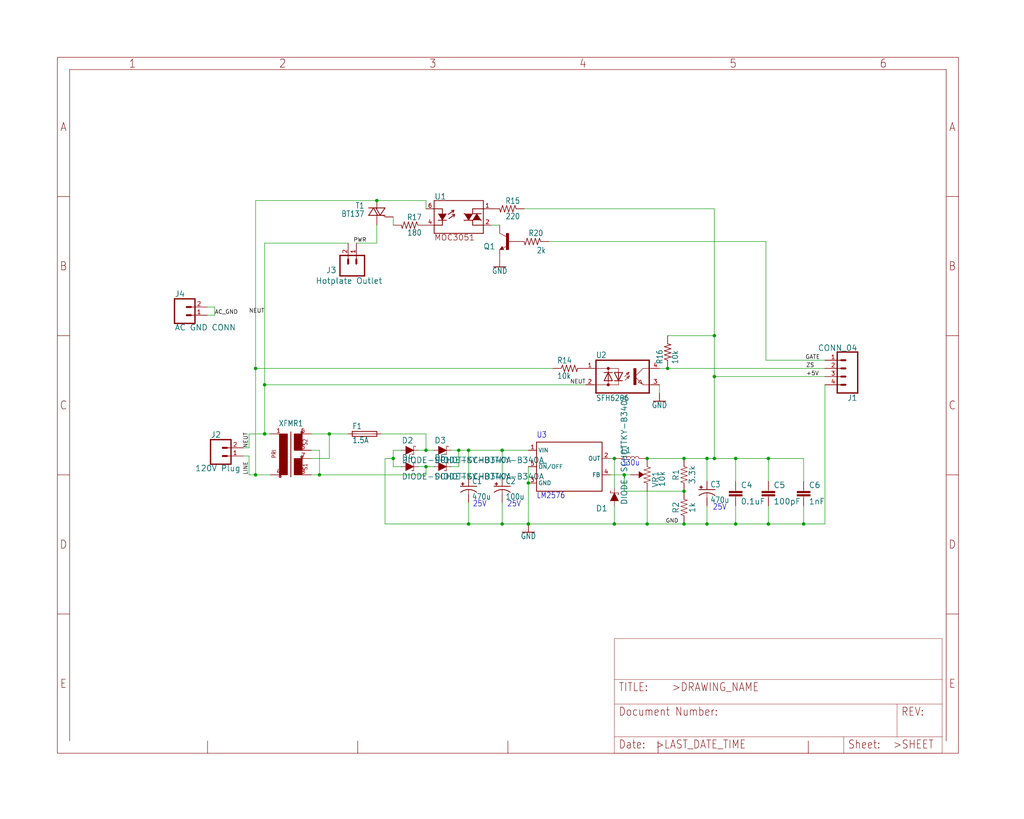
<source format=kicad_sch>
(kicad_sch (version 20220622) (generator eeschema)
  (paper "User" 317.5 254.051)
  (lib_symbols
    (symbol "Granny Safe Power Supply-eagle-import:0.1UF-0603-25V-5%"
      (property "Reference" "C" (at 1.524 2.921 0))
      (property "Value" "0.1UF-0603-25V-5%" (at 1.524 -2.159 0))
      (symbol "0.1UF-0603-25V-5%_1_0"
        (rectangle (start -2.032 0.508) (end 2.032 1.016) (fill (type outline)))
        (rectangle (start -2.032 1.524) (end 2.032 2.032) (fill (type outline)))
        (polyline (pts (xy 0 0) (xy 0 0.508)) (stroke (width 0.1524)))
        (polyline (pts (xy 0 2.54) (xy 0 2.032)) (stroke (width 0.1524)))
        (pin passive line (at 0 5.08 270) (length 2.54) (name "1") (number "1"))
        (pin passive line (at 0 -2.54 90) (length 2.54) (name "2") (number "2"))
      )
    )
    (symbol "Granny Safe Power Supply-eagle-import:1.0NF{slash}1000PF-0603-50V-10%"
      (property "Reference" "C" (at 1.524 2.921 0))
      (property "Value" "1.0NF{slash}1000PF-0603-50V-10%" (at 1.524 -2.159 0))
      (symbol "1.0NF{slash}1000PF-0603-50V-10%_1_0"
        (rectangle (start -2.032 0.508) (end 2.032 1.016) (fill (type outline)))
        (rectangle (start -2.032 1.524) (end 2.032 2.032) (fill (type outline)))
        (polyline (pts (xy 0 0) (xy 0 0.508)) (stroke (width 0.1524)))
        (polyline (pts (xy 0 2.54) (xy 0 2.032)) (stroke (width 0.1524)))
        (pin passive line (at 0 5.08 270) (length 2.54) (name "1") (number "1"))
        (pin passive line (at 0 -2.54 90) (length 2.54) (name "2") (number "2"))
      )
    )
    (symbol "Granny Safe Power Supply-eagle-import:100PF-0603-50V-5%"
      (property "Reference" "C" (at 1.524 2.921 0))
      (property "Value" "100PF-0603-50V-5%" (at 1.524 -2.159 0))
      (symbol "100PF-0603-50V-5%_1_0"
        (rectangle (start -2.032 0.508) (end 2.032 1.016) (fill (type outline)))
        (rectangle (start -2.032 1.524) (end 2.032 2.032) (fill (type outline)))
        (polyline (pts (xy 0 0) (xy 0 0.508)) (stroke (width 0.1524)))
        (polyline (pts (xy 0 2.54) (xy 0 2.032)) (stroke (width 0.1524)))
        (pin passive line (at 0 5.08 270) (length 2.54) (name "1") (number "1"))
        (pin passive line (at 0 -2.54 90) (length 2.54) (name "2") (number "2"))
      )
    )
    (symbol "Granny Safe Power Supply-eagle-import:1KOHM-0603-1{slash}10W-1%"
      (property "Reference" "R" (at 0 1.524 0))
      (property "Value" "1KOHM-0603-1{slash}10W-1%" (at 0 -1.524 0))
      (symbol "1KOHM-0603-1{slash}10W-1%_1_0"
        (polyline (pts (xy -2.54 0) (xy -2.159 1.016)) (stroke (width 0.1524)))
        (polyline (pts (xy -2.159 1.016) (xy -1.524 -1.016)) (stroke (width 0.1524)))
        (polyline (pts (xy -1.524 -1.016) (xy -0.889 1.016)) (stroke (width 0.1524)))
        (polyline (pts (xy -0.889 1.016) (xy -0.254 -1.016)) (stroke (width 0.1524)))
        (polyline (pts (xy -0.254 -1.016) (xy 0.381 1.016)) (stroke (width 0.1524)))
        (polyline (pts (xy 0.381 1.016) (xy 1.016 -1.016)) (stroke (width 0.1524)))
        (polyline (pts (xy 1.016 -1.016) (xy 1.651 1.016)) (stroke (width 0.1524)))
        (polyline (pts (xy 1.651 1.016) (xy 2.286 -1.016)) (stroke (width 0.1524)))
        (polyline (pts (xy 2.286 -1.016) (xy 2.54 0)) (stroke (width 0.1524)))
        (pin passive line (at -5.08 0 0) (length 2.54) (name "1") (number "1"))
        (pin passive line (at 5.08 0 180) (length 2.54) (name "2") (number "2"))
      )
    )
    (symbol "Granny Safe Power Supply-eagle-import:3.3KOHM-0603-1{slash}10W-1%"
      (property "Reference" "R" (at 0 1.524 0))
      (property "Value" "3.3KOHM-0603-1{slash}10W-1%" (at 0 -1.524 0))
      (symbol "3.3KOHM-0603-1{slash}10W-1%_1_0"
        (polyline (pts (xy -2.54 0) (xy -2.159 1.016)) (stroke (width 0.1524)))
        (polyline (pts (xy -2.159 1.016) (xy -1.524 -1.016)) (stroke (width 0.1524)))
        (polyline (pts (xy -1.524 -1.016) (xy -0.889 1.016)) (stroke (width 0.1524)))
        (polyline (pts (xy -0.889 1.016) (xy -0.254 -1.016)) (stroke (width 0.1524)))
        (polyline (pts (xy -0.254 -1.016) (xy 0.381 1.016)) (stroke (width 0.1524)))
        (polyline (pts (xy 0.381 1.016) (xy 1.016 -1.016)) (stroke (width 0.1524)))
        (polyline (pts (xy 1.016 -1.016) (xy 1.651 1.016)) (stroke (width 0.1524)))
        (polyline (pts (xy 1.651 1.016) (xy 2.286 -1.016)) (stroke (width 0.1524)))
        (polyline (pts (xy 2.286 -1.016) (xy 2.54 0)) (stroke (width 0.1524)))
        (pin passive line (at -5.08 0 0) (length 2.54) (name "1") (number "1"))
        (pin passive line (at 5.08 0 180) (length 2.54) (name "2") (number "2"))
      )
    )
    (symbol "Granny Safe Power Supply-eagle-import:BT137"
      (property "Value" "BT137" (at 3.81 0 0))
      (symbol "BT137_1_0"
        (polyline (pts (xy -2.54 2.794) (xy -1.016 0.508)) (stroke (width 0.254)))
        (polyline (pts (xy -1.905 0.508) (xy -2.54 0)) (stroke (width 0.1524)))
        (polyline (pts (xy -1.905 0.508) (xy -2.54 0.508)) (stroke (width 0.254)))
        (polyline (pts (xy -1.016 0.508) (xy -1.905 0.508)) (stroke (width 0.254)))
        (polyline (pts (xy -1.016 0.508) (xy -0.254 0.508)) (stroke (width 0.254)))
        (polyline (pts (xy -1.016 0.508) (xy 0.254 2.794)) (stroke (width 0.254)))
        (polyline (pts (xy -0.254 0.508) (xy 1.016 2.794)) (stroke (width 0.254)))
        (polyline (pts (xy 0 0) (xy 0 0.508)) (stroke (width 0.1524)))
        (polyline (pts (xy 0 0.508) (xy -0.254 0.508)) (stroke (width 0.254)))
        (polyline (pts (xy 0.254 2.794) (xy -2.54 2.794)) (stroke (width 0.254)))
        (polyline (pts (xy 1.016 2.794) (xy 0.254 2.794)) (stroke (width 0.254)))
        (polyline (pts (xy 1.016 2.794) (xy 2.54 0.508)) (stroke (width 0.254)))
        (polyline (pts (xy 1.016 2.794) (xy 2.54 2.794)) (stroke (width 0.254)))
        (polyline (pts (xy 2.54 0.508) (xy 0 0.508)) (stroke (width 0.254)))
        (pin passive line (at -5.08 0 0) (length 2.54) (name "G") (number "G"))
        (pin passive line (at 0 -2.54 90) (length 2.54) (name "A1") (number "T1"))
        (pin passive line (at 0 5.08 270) (length 2.54) (name "A2") (number "T2"))
      )
    )
    (symbol "Granny Safe Power Supply-eagle-import:CONN_025MM"
      (property "Reference" "J" (at -2.54 5.588 0))
      (property "Value" "CONN_025MM" (at -2.54 -4.826 0))
      (symbol "CONN_025MM_1_0"
        (polyline (pts (xy -2.54 5.08) (xy -2.54 -2.54)) (stroke (width 0.4064)))
        (polyline (pts (xy -2.54 5.08) (xy 3.81 5.08)) (stroke (width 0.4064)))
        (polyline (pts (xy 1.27 0) (xy 2.54 0)) (stroke (width 0.6096)))
        (polyline (pts (xy 1.27 2.54) (xy 2.54 2.54)) (stroke (width 0.6096)))
        (polyline (pts (xy 3.81 -2.54) (xy -2.54 -2.54)) (stroke (width 0.4064)))
        (polyline (pts (xy 3.81 -2.54) (xy 3.81 5.08)) (stroke (width 0.4064)))
        (pin passive line (at 7.62 0 180) (length 5.08) (name "1") (number "1"))
        (pin passive line (at 7.62 2.54 180) (length 5.08) (name "2") (number "2"))
      )
    )
    (symbol "Granny Safe Power Supply-eagle-import:CONN_04"
      (property "Reference" "J" (at -5.08 8.128 0))
      (property "Value" "CONN_04" (at -5.08 -7.366 0))
      (symbol "CONN_04_1_0"
        (polyline (pts (xy -5.08 7.62) (xy -5.08 -5.08)) (stroke (width 0.4064)))
        (polyline (pts (xy -5.08 7.62) (xy 1.27 7.62)) (stroke (width 0.4064)))
        (polyline (pts (xy -1.27 -2.54) (xy 0 -2.54)) (stroke (width 0.6096)))
        (polyline (pts (xy -1.27 0) (xy 0 0)) (stroke (width 0.6096)))
        (polyline (pts (xy -1.27 2.54) (xy 0 2.54)) (stroke (width 0.6096)))
        (polyline (pts (xy -1.27 5.08) (xy 0 5.08)) (stroke (width 0.6096)))
        (polyline (pts (xy 1.27 -5.08) (xy -5.08 -5.08)) (stroke (width 0.4064)))
        (polyline (pts (xy 1.27 -5.08) (xy 1.27 7.62)) (stroke (width 0.4064)))
        (pin passive line (at 5.08 -2.54 180) (length 5.08) (name "1") (number "1"))
        (pin passive line (at 5.08 0 180) (length 5.08) (name "2") (number "2"))
        (pin passive line (at 5.08 2.54 180) (length 5.08) (name "3") (number "3"))
        (pin passive line (at 5.08 5.08 180) (length 5.08) (name "4") (number "4"))
      )
    )
    (symbol "Granny Safe Power Supply-eagle-import:CPOL-USE2-5"
      (property "Reference" "C" (at 1.016 0.635 0))
      (property "Value" "CPOL-USE2-5" (at 1.016 -4.191 0))
      (symbol "CPOL-USE2-5_1_0"
        (rectangle (start -2.253 0.668) (end -1.364 0.795) (fill (type outline)))
        (rectangle (start -1.872 0.287) (end -1.745 1.176) (fill (type outline)))
        (arc (start 0 -1.0161) (mid -1.3021 -1.2302) (end -2.4669 -1.8504) (stroke (width 0.254)))
        (polyline (pts (xy -2.54 0) (xy 2.54 0)) (stroke (width 0.254)))
        (polyline (pts (xy 0 -1.016) (xy 0 -2.54)) (stroke (width 0.1524)))
        (arc (start 2.4892 -1.8542) (mid 1.3158 -1.2195) (end 0 -1) (stroke (width 0.254)))
        (pin passive line (at 0 2.54 270) (length 2.54) (name "+") (number "+"))
        (pin passive line (at 0 -5.08 90) (length 2.54) (name "-") (number "-"))
      )
    )
    (symbol "Granny Safe Power Supply-eagle-import:CPOL-USE3.5-8"
      (property "Reference" "C" (at 1.016 0.635 0))
      (property "Value" "CPOL-USE3.5-8" (at 1.016 -4.191 0))
      (symbol "CPOL-USE3.5-8_1_0"
        (rectangle (start -2.253 0.668) (end -1.364 0.795) (fill (type outline)))
        (rectangle (start -1.872 0.287) (end -1.745 1.176) (fill (type outline)))
        (arc (start 0 -1.0161) (mid -1.3021 -1.2302) (end -2.4669 -1.8504) (stroke (width 0.254)))
        (polyline (pts (xy -2.54 0) (xy 2.54 0)) (stroke (width 0.254)))
        (polyline (pts (xy 0 -1.016) (xy 0 -2.54)) (stroke (width 0.1524)))
        (arc (start 2.4892 -1.8542) (mid 1.3158 -1.2195) (end 0 -1) (stroke (width 0.254)))
        (pin passive line (at 0 2.54 270) (length 2.54) (name "+") (number "+"))
        (pin passive line (at 0 -5.08 90) (length 2.54) (name "-") (number "-"))
      )
    )
    (symbol "Granny Safe Power Supply-eagle-import:DIODE-SCHOTTKY-B340A"
      (property "Reference" "D" (at -2.54 2.032 0))
      (property "Value" "DIODE-SCHOTTKY-B340A" (at -2.54 -2.032 0))
      (symbol "DIODE-SCHOTTKY-B340A_1_0"
        (polyline (pts (xy -2.54 0) (xy -1.27 0)) (stroke (width 0.1524)))
        (polyline (pts (xy 0.762 -1.27) (xy 0.762 -1.016)) (stroke (width 0.1524)))
        (polyline (pts (xy 1.27 -1.27) (xy 0.762 -1.27)) (stroke (width 0.1524)))
        (polyline (pts (xy 1.27 0) (xy 1.27 -1.27)) (stroke (width 0.1524)))
        (polyline (pts (xy 1.27 1.27) (xy 1.27 0)) (stroke (width 0.1524)))
        (polyline (pts (xy 1.27 1.27) (xy 1.778 1.27)) (stroke (width 0.1524)))
        (polyline (pts (xy 1.778 1.27) (xy 1.778 1.016)) (stroke (width 0.1524)))
        (polyline (pts (xy 2.54 0) (xy 1.27 0)) (stroke (width 0.1524)))
        (polyline (pts (xy -1.27 1.27) (xy 1.27 0) (xy -1.27 -1.27)) (fill (type outline)))
        (pin passive line (at -2.54 0 0) (length 0) (name "A") (number "A"))
        (pin passive line (at 2.54 0 180) (length 0) (name "C") (number "C"))
      )
    )
    (symbol "Granny Safe Power Supply-eagle-import:EE20-2"
      (property "Reference" "XFMR" (at -2.54 7.366 0))
      (property "Value" "EE20-2" (at -2.54 -10.795 0))
      (symbol "EE20-2_1_0"
        (rectangle (start -2.286 -7.62) (end 0.254 5.08) (fill (type outline)))
        (circle (center -2.032 -8.128) (radius 0.127) (stroke (width 0.3048)))
        (polyline (pts (xy 1.27 5.715) (xy 1.27 -8.255)) (stroke (width 0.254)))
        (rectangle (start 2.286 -7.62) (end 4.826 -2.54) (fill (type outline)))
        (rectangle (start 2.286 0) (end 4.826 5.08) (fill (type outline)))
        (circle (center 4.699 -2.032) (radius 0.127) (stroke (width 0.3048)))
        (circle (center 4.699 5.588) (radius 0.127) (stroke (width 0.3048)))
        (text "PRI" (at -3.175 -2.54 900) (effects (font (size 1.27 1.0795)) (justify left bottom)))
        (text "S1" (at 6.477 -6.223 900) (effects (font (size 1.27 1.0795)) (justify left bottom)))
        (text "S2" (at 6.477 1.397 900) (effects (font (size 1.27 1.0795)) (justify left bottom)))
        (pin passive line (at -5.08 5.08 0) (length 5.08) (name "1") (number "1"))
        (pin passive line (at -5.08 -7.62 0) (length 5.08) (name "2") (number "4"))
        (pin passive line (at 7.62 5.08 180) (length 5.08) (name "6") (number "5"))
        (pin passive line (at 7.62 0 180) (length 5.08) (name "5") (number "6"))
        (pin passive line (at 7.62 -2.54 180) (length 5.08) (name "4") (number "7"))
        (pin passive line (at 7.62 -7.62 180) (length 5.08) (name "3") (number "8"))
      )
    )
    (symbol "Granny Safe Power Supply-eagle-import:FRAME_A_L"
      (symbol "FRAME_A_L_1_0"
        (polyline (pts (xy 0 43.18) (xy 3.81 43.18)))
        (polyline (pts (xy 0 86.36) (xy 3.81 86.36)))
        (polyline (pts (xy 0 129.54) (xy 3.81 129.54)))
        (polyline (pts (xy 0 172.72) (xy 3.81 172.72)))
        (polyline (pts (xy 3.81 3.81) (xy 3.81 212.09)))
        (polyline (pts (xy 46.5667 0) (xy 46.5667 3.81)))
        (polyline (pts (xy 93.1333 0) (xy 93.1333 3.81)))
        (polyline (pts (xy 139.7 0) (xy 139.7 3.81)))
        (polyline (pts (xy 186.2667 0) (xy 186.2667 3.81)))
        (polyline (pts (xy 232.8333 0) (xy 232.8333 3.81)))
        (polyline (pts (xy 275.59 3.81) (xy 275.59 212.09)))
        (polyline (pts (xy 275.59 43.18) (xy 279.4 43.18)))
        (polyline (pts (xy 275.59 86.36) (xy 279.4 86.36)))
        (polyline (pts (xy 275.59 129.54) (xy 279.4 129.54)))
        (polyline (pts (xy 275.59 172.72) (xy 279.4 172.72)))
        (polyline (pts (xy 275.59 212.09) (xy 3.81 212.09)))
        (polyline (pts (xy 0 0) (xy 279.4 0) (xy 279.4 215.9) (xy 0 215.9) (xy 0 0)))
        (text "1" (at 23.2833 213.995 0) (effects (font (size 2.54 2.286))))
        (text "2" (at 69.85 213.995 0) (effects (font (size 2.54 2.286))))
        (text "3" (at 116.4167 213.995 0) (effects (font (size 2.54 2.286))))
        (text "4" (at 162.9833 213.995 0) (effects (font (size 2.54 2.286))))
        (text "5" (at 209.55 213.995 0) (effects (font (size 2.54 2.286))))
        (text "6" (at 256.1167 213.995 0) (effects (font (size 2.54 2.286))))
        (text "A" (at 1.905 194.31 0) (effects (font (size 2.54 2.286))))
        (text "A" (at 277.495 194.31 0) (effects (font (size 2.54 2.286))))
        (text "B" (at 1.905 151.13 0) (effects (font (size 2.54 2.286))))
        (text "B" (at 277.495 151.13 0) (effects (font (size 2.54 2.286))))
        (text "C" (at 1.905 107.95 0) (effects (font (size 2.54 2.286))))
        (text "C" (at 277.495 107.95 0) (effects (font (size 2.54 2.286))))
        (text "D" (at 1.905 64.77 0) (effects (font (size 2.54 2.286))))
        (text "D" (at 277.495 64.77 0) (effects (font (size 2.54 2.286))))
        (text "E" (at 1.905 21.59 0) (effects (font (size 2.54 2.286))))
        (text "E" (at 277.495 21.59 0) (effects (font (size 2.54 2.286))))
      )
      (symbol "FRAME_A_L_2_0"
        (polyline (pts (xy 0 0) (xy 0 5.08)) (stroke (width 0.1016)))
        (polyline (pts (xy 0 0) (xy 71.12 0)) (stroke (width 0.1016)))
        (polyline (pts (xy 0 5.08) (xy 0 15.24)) (stroke (width 0.1016)))
        (polyline (pts (xy 0 5.08) (xy 71.12 5.08)) (stroke (width 0.1016)))
        (polyline (pts (xy 0 15.24) (xy 0 22.86)) (stroke (width 0.1016)))
        (polyline (pts (xy 0 22.86) (xy 0 35.56)) (stroke (width 0.1016)))
        (polyline (pts (xy 0 22.86) (xy 101.6 22.86)) (stroke (width 0.1016)))
        (polyline (pts (xy 71.12 0) (xy 101.6 0)) (stroke (width 0.1016)))
        (polyline (pts (xy 71.12 5.08) (xy 71.12 0)) (stroke (width 0.1016)))
        (polyline (pts (xy 71.12 5.08) (xy 87.63 5.08)) (stroke (width 0.1016)))
        (polyline (pts (xy 87.63 5.08) (xy 101.6 5.08)) (stroke (width 0.1016)))
        (polyline (pts (xy 87.63 15.24) (xy 0 15.24)) (stroke (width 0.1016)))
        (polyline (pts (xy 87.63 15.24) (xy 87.63 5.08)) (stroke (width 0.1016)))
        (polyline (pts (xy 101.6 5.08) (xy 101.6 0)) (stroke (width 0.1016)))
        (polyline (pts (xy 101.6 15.24) (xy 87.63 15.24)) (stroke (width 0.1016)))
        (polyline (pts (xy 101.6 15.24) (xy 101.6 5.08)) (stroke (width 0.1016)))
        (polyline (pts (xy 101.6 22.86) (xy 101.6 15.24)) (stroke (width 0.1016)))
        (polyline (pts (xy 101.6 35.56) (xy 0 35.56)) (stroke (width 0.1016)))
        (polyline (pts (xy 101.6 35.56) (xy 101.6 22.86)) (stroke (width 0.1016)))
        (text ">DRAWING_NAME" (at 17.78 19.05 0) (effects (font (size 2.54 2.159)) (justify left bottom)))
        (text ">LAST_DATE_TIME" (at 12.7 1.27 0) (effects (font (size 2.54 2.159)) (justify left bottom)))
        (text ">SHEET" (at 86.36 1.27 0) (effects (font (size 2.54 2.159)) (justify left bottom)))
        (text "Date:" (at 1.27 1.27 0) (effects (font (size 2.54 2.159)) (justify left bottom)))
        (text "Document Number:" (at 1.27 11.43 0) (effects (font (size 2.54 2.159)) (justify left bottom)))
        (text "REV:" (at 88.9 11.43 0) (effects (font (size 2.54 2.159)) (justify left bottom)))
        (text "Sheet:" (at 72.39 1.27 0) (effects (font (size 2.54 2.159)) (justify left bottom)))
        (text "TITLE:" (at 1.27 19.05 0) (effects (font (size 2.54 2.159)) (justify left bottom)))
      )
    )
    (symbol "Granny Safe Power Supply-eagle-import:GND" (power)
      (property "Value" "GND" (at 0 -0.254 0))
      (symbol "GND_1_0"
        (polyline (pts (xy -1.905 0) (xy 1.905 0)) (stroke (width 0.254)))
        (pin power_in line (at 0 2.54 270) (length 2.54) (name "GND") (number "1"))
      )
    )
    (symbol "Granny Safe Power Supply-eagle-import:INDUCTOR"
      (property "Value" "INDUCTOR" (at 1.27 -2.54 0))
      (symbol "INDUCTOR_1_0"
        (arc (start 0 -2.54) (mid 0.635 -1.905) (end 0 -1.27) (stroke (width 0.1524)))
        (arc (start 0 -1.27) (mid 0.635 -0.635) (end 0 0) (stroke (width 0.1524)))
        (arc (start 0 0) (mid 0.635 0.635) (end 0 1.27) (stroke (width 0.1524)))
        (arc (start 0 1.27) (mid 0.635 1.905) (end 0 2.54) (stroke (width 0.1524)))
        (pin passive line (at 0 5.08 270) (length 2.54) (name "1") (number "P$1"))
        (pin passive line (at 0 -5.08 90) (length 2.54) (name "2") (number "P$2"))
      )
    )
    (symbol "Granny Safe Power Supply-eagle-import:LM2596S"
      (property "Reference" "IC" (at -10.16 8.89 0))
      (property "Value" "LM2596S" (at -10.16 -10.16 0))
      (symbol "LM2596S_1_0"
        (polyline (pts (xy -10.16 -7.62) (xy -10.16 7.62)) (stroke (width 0.254)))
        (polyline (pts (xy -10.16 7.62) (xy 10.16 7.62)) (stroke (width 0.254)))
        (polyline (pts (xy 10.16 -7.62) (xy -10.16 -7.62)) (stroke (width 0.254)))
        (polyline (pts (xy 10.16 7.62) (xy 10.16 -7.62)) (stroke (width 0.254)))
        (pin input line (at -12.7 5.08 0) (length 2.54) (name "VIN") (number "1"))
        (pin output line (at 12.7 2.54 180) (length 2.54) (name "OUT") (number "2"))
        (pin power_in line (at -12.7 -5.08 0) (length 2.54) (name "GND") (number "3"))
        (pin input line (at 12.7 -2.54 180) (length 2.54) (name "FB") (number "4"))
        (pin input line (at -12.7 0 0) (length 2.54) (name "~{ON}/OFF") (number "5"))
      )
    )
    (symbol "Granny Safe Power Supply-eagle-import:MOC3051"
      (symbol "MOC3051_1_0"
        (polyline (pts (xy -7.62 -5.08) (xy -7.62 -2.54)) (stroke (width 0.254)))
        (polyline (pts (xy -7.62 -2.54) (xy -7.62 2.54)) (stroke (width 0.254)))
        (polyline (pts (xy -7.62 2.54) (xy -7.62 5.08)) (stroke (width 0.254)))
        (polyline (pts (xy -7.62 2.54) (xy -5.08 2.54)) (stroke (width 0.254)))
        (polyline (pts (xy -7.62 5.08) (xy 7.62 5.08)) (stroke (width 0.254)))
        (polyline (pts (xy -6.35 -1.016) (xy -5.08 -1.016)) (stroke (width 0.254)))
        (polyline (pts (xy -5.08 -2.54) (xy -7.62 -2.54)) (stroke (width 0.254)))
        (polyline (pts (xy -5.08 -2.54) (xy -5.08 -1.016)) (stroke (width 0.254)))
        (polyline (pts (xy -5.08 -1.016) (xy -5.08 2.54)) (stroke (width 0.254)))
        (polyline (pts (xy -5.08 -1.016) (xy -3.81 -1.016)) (stroke (width 0.254)))
        (polyline (pts (xy -3.302 0.762) (xy -1.524 2.032)) (stroke (width 0.254)))
        (polyline (pts (xy -3.048 -0.508) (xy -1.27 0.762)) (stroke (width 0.254)))
        (polyline (pts (xy -1.524 2.032) (xy -2.286 2.032)) (stroke (width 0.254)))
        (polyline (pts (xy -1.524 2.032) (xy -1.778 1.27)) (stroke (width 0.254)))
        (polyline (pts (xy -1.27 0.762) (xy -2.032 0.762)) (stroke (width 0.254)))
        (polyline (pts (xy -1.27 0.762) (xy -1.524 0)) (stroke (width 0.254)))
        (polyline (pts (xy 1.7272 -1.016) (xy 1.6256 -1.016)) (stroke (width 0.254)))
        (polyline (pts (xy 1.778 -1.016) (xy 4.318 -1.016)) (stroke (width 0.254)))
        (polyline (pts (xy 1.8288 1.016) (xy 1.6256 1.016)) (stroke (width 0.254)))
        (polyline (pts (xy 4.318 -2.54) (xy 4.318 -1.016)) (stroke (width 0.254)))
        (polyline (pts (xy 4.318 1.016) (xy 4.318 2.54)) (stroke (width 0.254)))
        (polyline (pts (xy 6.8072 -1.016) (xy 7.0104 -1.016)) (stroke (width 0.254)))
        (polyline (pts (xy 7.0104 1.016) (xy 4.318 1.016)) (stroke (width 0.254)))
        (polyline (pts (xy 7.62 -5.08) (xy -7.62 -5.08)) (stroke (width 0.254)))
        (polyline (pts (xy 7.62 -2.54) (xy 4.318 -2.54)) (stroke (width 0.254)))
        (polyline (pts (xy 7.62 -2.54) (xy 7.62 -5.08)) (stroke (width 0.254)))
        (polyline (pts (xy 7.62 2.54) (xy 4.318 2.54)) (stroke (width 0.254)))
        (polyline (pts (xy 7.62 2.54) (xy 7.62 -2.54)) (stroke (width 0.254)))
        (polyline (pts (xy 7.62 5.08) (xy 7.62 2.54)) (stroke (width 0.254)))
        (polyline (pts (xy -6.35 1.016) (xy -5.08 -1.016) (xy -3.81 1.016)) (fill (type outline)))
        (polyline (pts (xy 1.778 1.016) (xy 3.048 -1.016) (xy 4.318 1.016)) (fill (type outline)))
        (polyline (pts (xy 6.858 -1.016) (xy 5.588 1.016) (xy 4.318 -1.016)) (fill (type outline)))
        (text "MOC3051" (at -7.62 -5.334 0) (effects (font (size 1.778 1.778)) (justify left top)))
        (pin bidirectional line (at 10.16 2.54 180) (length 2.54) (name "1") (number "1"))
        (pin bidirectional line (at 10.16 -2.54 180) (length 2.54) (name "2") (number "2"))
        (pin bidirectional line (at -10.16 -2.54 0) (length 2.54) (name "4") (number "4"))
        (pin bidirectional line (at -10.16 2.54 0) (length 2.54) (name "6") (number "6"))
      )
    )
    (symbol "Granny Safe Power Supply-eagle-import:R-US_R0603"
      (property "Reference" "R" (at -3.81 1.4986 0))
      (property "Value" "R-US_R0603" (at -3.81 -3.302 0))
      (symbol "R-US_R0603_1_0"
        (polyline (pts (xy -2.54 0) (xy -2.159 1.016)) (stroke (width 0.2032)))
        (polyline (pts (xy -2.159 1.016) (xy -1.524 -1.016)) (stroke (width 0.2032)))
        (polyline (pts (xy -1.524 -1.016) (xy -0.889 1.016)) (stroke (width 0.2032)))
        (polyline (pts (xy -0.889 1.016) (xy -0.254 -1.016)) (stroke (width 0.2032)))
        (polyline (pts (xy -0.254 -1.016) (xy 0.381 1.016)) (stroke (width 0.2032)))
        (polyline (pts (xy 0.381 1.016) (xy 1.016 -1.016)) (stroke (width 0.2032)))
        (polyline (pts (xy 1.016 -1.016) (xy 1.651 1.016)) (stroke (width 0.2032)))
        (polyline (pts (xy 1.651 1.016) (xy 2.286 -1.016)) (stroke (width 0.2032)))
        (polyline (pts (xy 2.286 -1.016) (xy 2.54 0)) (stroke (width 0.2032)))
        (pin passive line (at -5.08 0 0) (length 2.54) (name "1") (number "1"))
        (pin passive line (at 5.08 0 180) (length 2.54) (name "2") (number "2"))
      )
    )
    (symbol "Granny Safe Power Supply-eagle-import:SFH6206"
      (property "Reference" "OK" (at -6.985 5.715 0))
      (property "Value" "SFH6206" (at -6.985 -7.62 0))
      (symbol "SFH6206_1_0"
        (circle (center -3.175 -2.54) (radius 0.254) (stroke (width 0.4064)))
        (circle (center -3.175 2.54) (radius 0.254) (stroke (width 0.4064)))
        (polyline (pts (xy -6.985 -5.08) (xy 9.525 -5.08)) (stroke (width 0.4064)))
        (polyline (pts (xy -6.985 5.08) (xy -6.985 -5.08)) (stroke (width 0.4064)))
        (polyline (pts (xy -6.985 5.08) (xy 9.525 5.08)) (stroke (width 0.4064)))
        (polyline (pts (xy -4.445 -1.27) (xy -3.175 -1.27)) (stroke (width 0.254)))
        (polyline (pts (xy -4.445 -1.27) (xy -3.175 1.27)) (stroke (width 0.254)))
        (polyline (pts (xy -4.445 1.27) (xy -3.175 1.27)) (stroke (width 0.254)))
        (polyline (pts (xy -3.175 -2.54) (xy -7.62 -2.54)) (stroke (width 0.1524)))
        (polyline (pts (xy -3.175 -2.54) (xy -3.175 -1.27)) (stroke (width 0.1524)))
        (polyline (pts (xy -3.175 -2.54) (xy 0 -2.54)) (stroke (width 0.1524)))
        (polyline (pts (xy -3.175 -1.27) (xy -3.175 1.27)) (stroke (width 0.254)))
        (polyline (pts (xy -3.175 -1.27) (xy -1.905 -1.27)) (stroke (width 0.254)))
        (polyline (pts (xy -3.175 1.27) (xy -1.905 -1.27)) (stroke (width 0.254)))
        (polyline (pts (xy -3.175 1.27) (xy -1.905 1.27)) (stroke (width 0.254)))
        (polyline (pts (xy -3.175 2.54) (xy -7.62 2.54)) (stroke (width 0.1524)))
        (polyline (pts (xy -3.175 2.54) (xy -3.175 1.27)) (stroke (width 0.1524)))
        (polyline (pts (xy -3.175 2.54) (xy 0 2.54)) (stroke (width 0.1524)))
        (polyline (pts (xy 0 -2.54) (xy 0 -1.27)) (stroke (width 0.1524)))
        (polyline (pts (xy 0 -1.27) (xy -1.27 -1.27)) (stroke (width 0.254)))
        (polyline (pts (xy 0 -1.27) (xy -1.27 1.27)) (stroke (width 0.254)))
        (polyline (pts (xy 0 1.27) (xy -1.27 1.27)) (stroke (width 0.254)))
        (polyline (pts (xy 0 1.27) (xy 0 -1.27)) (stroke (width 0.254)))
        (polyline (pts (xy 0 2.54) (xy 0 1.27)) (stroke (width 0.1524)))
        (polyline (pts (xy 1.27 -1.27) (xy 0 -1.27)) (stroke (width 0.254)))
        (polyline (pts (xy 1.27 1.27) (xy 0 -1.27)) (stroke (width 0.254)))
        (polyline (pts (xy 1.27 1.27) (xy 0 1.27)) (stroke (width 0.254)))
        (polyline (pts (xy 1.905 0) (xy 3.302 1.397)) (stroke (width 0.1524)))
        (polyline (pts (xy 2.032 -1.143) (xy 3.429 0.254)) (stroke (width 0.1524)))
        (polyline (pts (xy 2.413 1.016) (xy 2.921 0.508)) (stroke (width 0.1524)))
        (polyline (pts (xy 2.54 -0.127) (xy 3.048 -0.635)) (stroke (width 0.1524)))
        (polyline (pts (xy 2.921 0.508) (xy 3.302 1.397)) (stroke (width 0.1524)))
        (polyline (pts (xy 3.048 -0.635) (xy 3.429 0.254)) (stroke (width 0.1524)))
        (polyline (pts (xy 3.302 1.397) (xy 2.413 1.016)) (stroke (width 0.1524)))
        (polyline (pts (xy 3.429 0.254) (xy 2.54 -0.127)) (stroke (width 0.1524)))
        (polyline (pts (xy 5.08 0) (xy 7.366 -2.286)) (stroke (width 0.1524)))
        (polyline (pts (xy 6.096 -1.778) (xy 6.858 -1.016)) (stroke (width 0.1524)))
        (polyline (pts (xy 6.858 -1.016) (xy 7.366 -2.286)) (stroke (width 0.1524)))
        (polyline (pts (xy 7.366 -2.286) (xy 6.096 -1.778)) (stroke (width 0.1524)))
        (polyline (pts (xy 7.366 -2.286) (xy 7.62 -2.54)) (stroke (width 0.1524)))
        (polyline (pts (xy 7.62 -2.54) (xy 10.16 -2.54)) (stroke (width 0.1524)))
        (polyline (pts (xy 7.62 2.54) (xy 5.08 0)) (stroke (width 0.1524)))
        (polyline (pts (xy 7.62 2.54) (xy 10.16 2.54)) (stroke (width 0.1524)))
        (polyline (pts (xy 9.525 5.08) (xy 9.525 -5.08)) (stroke (width 0.4064)))
        (rectangle (start 4.699 -2.54) (end 5.461 2.54) (fill (type outline)))
        (pin passive line (at -10.16 2.54 0) (length 2.54) (name "AC1") (number "1"))
        (pin passive line (at -10.16 -2.54 0) (length 2.54) (name "AC2") (number "2"))
        (pin passive line (at 12.7 -2.54 180) (length 2.54) (name "E") (number "3"))
        (pin passive line (at 12.7 2.54 180) (length 2.54) (name "C") (number "4"))
      )
    )
    (symbol "Granny Safe Power Supply-eagle-import:TE5"
      (property "Reference" "F" (at -3.81 1.397 0))
      (property "Value" "TE5" (at -3.81 -2.921 0))
      (symbol "TE5_1_0"
        (polyline (pts (xy -3.81 -0.762) (xy 3.81 -0.762)) (stroke (width 0.254)))
        (polyline (pts (xy -3.81 0.762) (xy -3.81 -0.762)) (stroke (width 0.254)))
        (polyline (pts (xy -2.54 0) (xy 2.54 0)) (stroke (width 0.1524)))
        (polyline (pts (xy 3.81 -0.762) (xy 3.81 0.762)) (stroke (width 0.254)))
        (polyline (pts (xy 3.81 0.762) (xy -3.81 0.762)) (stroke (width 0.254)))
        (pin passive line (at -5.08 0 0) (length 2.54) (name "1") (number "1"))
        (pin passive line (at 5.08 0 180) (length 2.54) (name "2") (number "2"))
      )
    )
    (symbol "Granny Safe Power Supply-eagle-import:TRANS_NPN-MMBTA42"
      (property "Reference" "Q" (at 2.54 0 0))
      (property "Value" "TRANS_NPN-MMBTA42" (at 2.54 -2.286 0))
      (symbol "TRANS_NPN-MMBTA42_1_0"
        (rectangle (start -0.254 -2.54) (end 0.508 2.54) (fill (type outline)))
        (polyline (pts (xy 1.27 -2.54) (xy 1.778 -1.524)) (stroke (width 0.1524)))
        (polyline (pts (xy 1.524 -2.413) (xy 2.286 -2.413)) (stroke (width 0.254)))
        (polyline (pts (xy 1.524 -2.286) (xy 1.905 -2.286)) (stroke (width 0.254)))
        (polyline (pts (xy 1.54 -2.04) (xy 0.308 -1.424)) (stroke (width 0.1524)))
        (polyline (pts (xy 1.778 -1.778) (xy 1.524 -2.286)) (stroke (width 0.254)))
        (polyline (pts (xy 1.778 -1.524) (xy 2.54 -2.54)) (stroke (width 0.1524)))
        (polyline (pts (xy 1.905 -2.286) (xy 1.778 -2.032)) (stroke (width 0.254)))
        (polyline (pts (xy 2.286 -2.413) (xy 1.778 -1.778)) (stroke (width 0.254)))
        (polyline (pts (xy 2.54 -2.54) (xy 1.27 -2.54)) (stroke (width 0.1524)))
        (polyline (pts (xy 2.54 2.54) (xy 0.508 1.524)) (stroke (width 0.1524)))
        (pin passive line (at -2.54 0 0) (length 2.54) (name "B") (number "1"))
        (pin passive line (at 2.54 -5.08 90) (length 2.54) (name "E") (number "2"))
        (pin passive line (at 2.54 5.08 270) (length 2.54) (name "C") (number "3"))
      )
    )
    (symbol "Granny Safe Power Supply-eagle-import:TRIMPOT-SMD-3MM-OPEN-1{slash}10W-25%"
      (property "Reference" "VR" (at -1.524 2.54 90))
      (property "Value" "TRIMPOT-SMD-3MM-OPEN-1{slash}10W-25%" (at 1.524 2.54 90))
      (symbol "TRIMPOT-SMD-3MM-OPEN-1{slash}10W-25%_1_0"
        (polyline (pts (xy -1.016 -2.159) (xy 1.016 -1.524)) (stroke (width 0.1524)))
        (polyline (pts (xy -1.016 -0.889) (xy 1.016 -0.254)) (stroke (width 0.1524)))
        (polyline (pts (xy -1.016 0.381) (xy 1.016 1.016)) (stroke (width 0.1524)))
        (polyline (pts (xy -1.016 1.651) (xy 1.016 2.286)) (stroke (width 0.1524)))
        (polyline (pts (xy 0 -2.54) (xy -1.016 -2.159)) (stroke (width 0.1524)))
        (polyline (pts (xy 1.016 -1.524) (xy -1.016 -0.889)) (stroke (width 0.1524)))
        (polyline (pts (xy 1.016 -0.254) (xy -1.016 0.381)) (stroke (width 0.1524)))
        (polyline (pts (xy 1.016 1.016) (xy -1.016 1.651)) (stroke (width 0.1524)))
        (polyline (pts (xy 1.016 2.286) (xy 0 2.54)) (stroke (width 0.1524)))
        (polyline (pts (xy 1.016 0) (xy 2.54 -1.016) (xy 2.54 1.016)) (fill (type outline)))
        (pin passive line (at 0 -5.08 90) (length 2.54) (name "CW") (number "1"))
        (pin passive line (at 5.08 0 180) (length 2.54) (name "WIPER") (number "2"))
        (pin passive line (at 0 5.08 270) (length 2.54) (name "CCW") (number "3"))
      )
    )
  )
  (junction (at 238.252 162.56))
  (junction (at 249.174 162.56))
  (junction (at 79.248 114.3))
  (junction (at 155.702 139.7))
  (junction (at 221.488 116.84))
  (junction (at 212.09 162.56))
  (junction (at 82.042 119.38))
  (junction (at 163.83 162.56))
  (junction (at 163.83 149.86))
  (junction (at 190.5 162.56))
  (junction (at 193.548 147.32))
  (junction (at 145.288 162.56))
  (junction (at 221.488 142.24))
  (junction (at 200.66 162.56))
  (junction (at 145.288 139.7))
  (junction (at 82.042 134.62))
  (junction (at 79.248 147.32))
  (junction (at 212.09 142.24))
  (junction (at 99.06 147.32))
  (junction (at 228.092 162.56))
  (junction (at 121.92 142.24))
  (junction (at 132.08 144.78))
  (junction (at 219.202 142.24))
  (junction (at 228.092 142.24))
  (junction (at 155.702 162.56))
  (junction (at 102.108 134.62))
  (junction (at 207.01 114.3))
  (junction (at 219.202 162.56))
  (junction (at 212.09 152.4))
  (junction (at 190.5 142.24))
  (junction (at 142.24 139.7))
  (junction (at 132.08 139.7))
  (junction (at 221.488 104.14))
  (junction (at 116.84 62.23))
  (junction (at 200.66 142.24))
  (junction (at 238.252 142.24))
  (wire (pts (xy 190.5 162.56) (xy 200.66 162.56)))
  (wire (pts (xy 238.252 156.972) (xy 238.252 162.56)))
  (wire (pts (xy 221.488 104.14) (xy 221.488 116.84)))
  (wire (pts (xy 82.042 119.38) (xy 82.042 134.62)))
  (wire (pts (xy 79.248 147.32) (xy 83.82 147.32)))
  (wire (pts (xy 155.702 139.7) (xy 145.288 139.7)))
  (wire (pts (xy 219.202 149.352) (xy 219.202 142.24)))
  (wire (pts (xy 64.262 97.79) (xy 66.548 97.79)))
  (wire (pts (xy 204.47 119.38) (xy 204.47 121.92)))
  (wire (pts (xy 219.202 142.24) (xy 212.09 142.24)))
  (wire (pts (xy 255.778 162.56) (xy 249.174 162.56)))
  (wire (pts (xy 77.216 147.32) (xy 79.248 147.32)))
  (wire (pts (xy 189.23 147.32) (xy 193.548 147.32)))
  (wire (pts (xy 207.01 104.14) (xy 221.488 104.14)))
  (wire (pts (xy 129.54 144.78) (xy 132.08 144.78)))
  (wire (pts (xy 121.92 144.78) (xy 124.46 144.78)))
  (wire (pts (xy 162.56 64.77) (xy 221.488 64.77)))
  (wire (pts (xy 152.4 69.85) (xy 154.94 69.85)))
  (wire (pts (xy 110.49 75.438) (xy 116.84 75.438)))
  (wire (pts (xy 145.288 139.7) (xy 142.24 139.7)))
  (wire (pts (xy 221.488 142.24) (xy 221.488 116.84)))
  (wire (pts (xy 132.08 62.23) (xy 116.84 62.23)))
  (wire (pts (xy 228.092 162.56) (xy 219.202 162.56)))
  (wire (pts (xy 132.08 134.62) (xy 132.08 139.7)))
  (wire (pts (xy 193.548 152.4) (xy 193.548 147.32)))
  (wire (pts (xy 190.5 156.718) (xy 190.5 162.56)))
  (wire (pts (xy 96.52 134.62) (xy 102.108 134.62)))
  (wire (pts (xy 189.23 142.24) (xy 190.5 142.24)))
  (wire (pts (xy 181.61 119.38) (xy 82.042 119.38)))
  (wire (pts (xy 77.216 138.938) (xy 77.216 134.62)))
  (wire (pts (xy 154.94 80.01) (xy 154.94 80.264)))
  (wire (pts (xy 82.042 75.438) (xy 82.042 119.38)))
  (wire (pts (xy 163.83 162.56) (xy 163.83 149.86)))
  (wire (pts (xy 249.174 149.352) (xy 249.174 142.24)))
  (wire (pts (xy 219.202 162.56) (xy 212.09 162.56)))
  (wire (pts (xy 163.83 139.7) (xy 155.702 139.7)))
  (wire (pts (xy 212.09 152.4) (xy 193.548 152.4)))
  (wire (pts (xy 163.83 144.78) (xy 163.83 149.86)))
  (wire (pts (xy 77.216 141.478) (xy 77.216 147.32)))
  (wire (pts (xy 116.84 69.85) (xy 116.84 75.438)))
  (wire (pts (xy 163.83 162.56) (xy 190.5 162.56)))
  (wire (pts (xy 132.08 62.23) (xy 132.08 64.77)))
  (wire (pts (xy 96.52 142.24) (xy 102.108 142.24)))
  (wire (pts (xy 119.38 162.56) (xy 145.288 162.56)))
  (wire (pts (xy 193.548 147.32) (xy 195.58 147.32)))
  (wire (pts (xy 200.66 162.56) (xy 212.09 162.56)))
  (wire (pts (xy 255.778 111.76) (xy 237.49 111.76)))
  (wire (pts (xy 77.216 134.62) (xy 82.042 134.62)))
  (wire (pts (xy 155.702 155.956) (xy 155.702 162.56)))
  (wire (pts (xy 142.24 144.78) (xy 139.7 144.78)))
  (wire (pts (xy 228.092 149.352) (xy 228.092 142.24)))
  (wire (pts (xy 139.7 139.7) (xy 142.24 139.7)))
  (wire (pts (xy 207.01 114.3) (xy 255.778 114.3)))
  (wire (pts (xy 121.92 142.24) (xy 121.92 144.78)))
  (wire (pts (xy 75.438 138.938) (xy 77.216 138.938)))
  (wire (pts (xy 107.95 75.438) (xy 82.042 75.438)))
  (wire (pts (xy 190.5 151.638) (xy 190.5 142.24)))
  (wire (pts (xy 132.08 144.78) (xy 132.08 147.32)))
  (wire (pts (xy 142.24 139.7) (xy 142.24 144.78)))
  (wire (pts (xy 79.248 147.32) (xy 79.248 114.3)))
  (wire (pts (xy 96.52 139.7) (xy 99.06 139.7)))
  (wire (pts (xy 145.288 155.956) (xy 145.288 162.56)))
  (wire (pts (xy 212.09 142.24) (xy 200.66 142.24)))
  (wire (pts (xy 170.18 74.93) (xy 237.49 74.93)))
  (wire (pts (xy 221.488 142.24) (xy 219.202 142.24)))
  (wire (pts (xy 249.174 162.56) (xy 238.252 162.56)))
  (wire (pts (xy 121.92 142.24) (xy 119.38 142.24)))
  (wire (pts (xy 102.108 142.24) (xy 102.108 134.62)))
  (wire (pts (xy 145.288 148.336) (xy 145.288 139.7)))
  (wire (pts (xy 82.042 134.62) (xy 83.82 134.62)))
  (wire (pts (xy 219.202 156.972) (xy 219.202 162.56)))
  (wire (pts (xy 221.488 64.77) (xy 221.488 104.14)))
  (wire (pts (xy 119.38 142.24) (xy 119.38 162.56)))
  (wire (pts (xy 66.548 95.25) (xy 64.262 95.25)))
  (wire (pts (xy 207.01 114.3) (xy 204.47 114.3)))
  (wire (pts (xy 79.248 114.3) (xy 79.248 62.23)))
  (wire (pts (xy 228.092 142.24) (xy 221.488 142.24)))
  (wire (pts (xy 118.11 134.62) (xy 132.08 134.62)))
  (wire (pts (xy 99.06 139.7) (xy 99.06 147.32)))
  (wire (pts (xy 238.252 149.352) (xy 238.252 142.24)))
  (wire (pts (xy 134.62 139.7) (xy 132.08 139.7)))
  (wire (pts (xy 200.66 152.4) (xy 200.66 162.56)))
  (wire (pts (xy 249.174 142.24) (xy 238.252 142.24)))
  (wire (pts (xy 238.252 142.24) (xy 228.092 142.24)))
  (wire (pts (xy 221.488 116.84) (xy 255.778 116.84)))
  (wire (pts (xy 99.06 147.32) (xy 96.52 147.32)))
  (wire (pts (xy 132.08 147.32) (xy 99.06 147.32)))
  (wire (pts (xy 255.778 162.56) (xy 255.778 119.38)))
  (wire (pts (xy 171.45 114.3) (xy 79.248 114.3)))
  (wire (pts (xy 145.288 162.56) (xy 155.702 162.56)))
  (wire (pts (xy 238.252 162.56) (xy 228.092 162.56)))
  (wire (pts (xy 132.08 144.78) (xy 134.62 144.78)))
  (wire (pts (xy 132.08 139.7) (xy 129.54 139.7)))
  (wire (pts (xy 121.92 139.7) (xy 121.92 142.24)))
  (wire (pts (xy 116.84 62.23) (xy 79.248 62.23)))
  (wire (pts (xy 249.174 156.972) (xy 249.174 162.56)))
  (wire (pts (xy 75.438 141.478) (xy 77.216 141.478)))
  (wire (pts (xy 124.46 139.7) (xy 121.92 139.7)))
  (wire (pts (xy 102.108 134.62) (xy 107.95 134.62)))
  (wire (pts (xy 66.548 97.79) (xy 66.548 95.25)))
  (wire (pts (xy 155.702 148.336) (xy 155.702 139.7)))
  (wire (pts (xy 155.702 162.56) (xy 163.83 162.56)))
  (wire (pts (xy 237.49 111.76) (xy 237.49 74.93)))
  (wire (pts (xy 121.92 67.31) (xy 121.92 69.85)))
  (wire (pts (xy 228.092 156.972) (xy 228.092 162.56)))
  (text "LM2576" (at 166.37 154.94 0) (effects (font (size 1.778 1.5113)) (justify left bottom)))
  (text "25V" (at 146.558 157.48 0) (effects (font (size 1.778 1.5113)) (justify left bottom)))
  (text "25V" (at 157.226 157.48 0) (effects (font (size 1.778 1.5113)) (justify left bottom)))
  (text "25V" (at 220.98 158.496 0) (effects (font (size 1.778 1.5113)) (justify left bottom)))
  (text "U3" (at 166.37 136.144 0) (effects (font (size 1.778 1.5113)) (justify left bottom)))
  (text "330u" (at 192.532 144.78 0) (effects (font (size 1.778 1.5113)) (justify left bottom)))
  (label "GND" (at 206.375 162.56 0) (effects (font (size 1.2446 1.2446))))
  (label "AC_GND" (at 66.548 97.79 0) (effects (font (size 1.2446 1.2446))))
  (label "LINE" (at 77.216 147.32 90) (effects (font (size 1.2446 1.2446))))
  (label "ZS" (at 249.936 114.3 0) (effects (font (size 1.2446 1.2446))))
  (label "NEUT" (at 77.216 138.938 90) (effects (font (size 1.2446 1.2446))))
  (label "NEUT" (at 181.61 119.38 180) (effects (font (size 1.2446 1.2446))))
  (label "NEUT" (at 82.042 97.409 180) (effects (font (size 1.2446 1.2446))))
  (label "+5V" (at 249.936 116.84 0) (effects (font (size 1.2446 1.2446))))
  (label "GATE" (at 249.682 111.76 0) (effects (font (size 1.2446 1.2446))))
  (label "PWR" (at 113.665 75.438 180) (effects (font (size 1.2446 1.2446))))
  (symbol (lib_id "Granny Safe Power Supply-eagle-import:R-US_R0603") (at 165.1 74.93 0) (mirror y) (unit 1)
    (default_instance (reference "U") (unit 1) (value "") (footprint ""))
    (property "Reference" "R20" (at 163.83 71.3486 0) (effects (font (size 1.778 1.5113)) (justify right top)))
    (property "Value" "2k" (at 166.37 76.708 0) (effects (font (size 1.778 1.5113)) (justify right top)))
    (property "Footprint" "Granny Safe Power Supply:R0603" (effects hide))
  )
  (symbol (lib_id "Granny Safe Power Supply-eagle-import:1KOHM-0603-1{slash}10W-1%") (at 212.09 157.48 90) (unit 1)
    (default_instance (reference "U") (unit 1) (value "") (footprint ""))
    (property "Reference" "R2" (at 210.566 157.48 0) (effects (font (size 1.778 1.778)) (justify bottom)))
    (property "Value" "1k" (at 213.614 157.48 0) (effects (font (size 1.778 1.778)) (justify top)))
    (property "Footprint" "Granny Safe Power Supply:0603" (effects hide))
  )
  (symbol (lib_id "Granny Safe Power Supply-eagle-import:CONN_025MM") (at 67.818 141.478 0) (unit 1)
    (default_instance (reference "U") (unit 1) (value "") (footprint ""))
    (property "Reference" "J2" (at 65.278 135.89 0) (effects (font (size 1.778 1.778)) (justify left bottom)))
    (property "Value" "120V Plug" (at 60.452 146.304 0) (effects (font (size 1.778 1.778)) (justify left bottom)))
    (property "Footprint" "Granny Safe Power Supply:SCREWTERMINAL-5MM-2" (effects hide))
  )
  (symbol (lib_id "Granny Safe Power Supply-eagle-import:GND") (at 154.94 82.804 0) (unit 1)
    (default_instance (reference "U") (unit 1) (value "") (footprint ""))
    (property "Reference" "#GND3" (effects hide))
    (property "Value" "GND" (at 154.94 83.058 0) (effects (font (size 1.778 1.5113)) (justify top)))
    (property "Footprint" "Granny Safe Power Supply:" (effects hide))
  )
  (symbol (lib_id "Granny Safe Power Supply-eagle-import:CONN_04") (at 260.858 114.3 180) (unit 1)
    (default_instance (reference "U") (unit 1) (value "") (footprint ""))
    (property "Reference" "J1" (at 265.938 122.428 0) (effects (font (size 1.778 1.778)) (justify left bottom)))
    (property "Value" "CONN_04" (at 265.938 106.934 0) (effects (font (size 1.778 1.778)) (justify left bottom)))
    (property "Footprint" "Granny Safe Power Supply:1X04" (effects hide))
  )
  (symbol (lib_id "Granny Safe Power Supply-eagle-import:R-US_R0603") (at 176.53 114.3 0) (unit 1)
    (default_instance (reference "U") (unit 1) (value "") (footprint ""))
    (property "Reference" "R14" (at 172.72 112.8014 0) (effects (font (size 1.778 1.5113)) (justify left bottom)))
    (property "Value" "10k" (at 172.72 117.602 0) (effects (font (size 1.778 1.5113)) (justify left bottom)))
    (property "Footprint" "Granny Safe Power Supply:R0603" (effects hide))
  )
  (symbol (lib_id "Granny Safe Power Supply-eagle-import:TRIMPOT-SMD-3MM-OPEN-1{slash}10W-25%") (at 200.66 147.32 180) (unit 1)
    (default_instance (reference "U") (unit 1) (value "") (footprint ""))
    (property "Reference" "VR1" (at 202.184 146.05 90) (effects (font (size 1.778 1.778)) (justify left bottom)))
    (property "Value" "10k" (at 206.248 146.05 90) (effects (font (size 1.778 1.778)) (justify left top)))
    (property "Footprint" "Granny Safe Power Supply:TRIMPOT-SMD-TC33X" (effects hide))
  )
  (symbol (lib_id "Granny Safe Power Supply-eagle-import:GND") (at 204.47 124.46 0) (unit 1)
    (default_instance (reference "U") (unit 1) (value "") (footprint ""))
    (property "Reference" "#GND2" (effects hide))
    (property "Value" "GND" (at 204.47 124.714 0) (effects (font (size 1.778 1.5113)) (justify top)))
    (property "Footprint" "Granny Safe Power Supply:" (effects hide))
  )
  (symbol (lib_id "Granny Safe Power Supply-eagle-import:R-US_R0603") (at 127 69.85 0) (mirror y) (unit 1)
    (default_instance (reference "U") (unit 1) (value "") (footprint ""))
    (property "Reference" "R17" (at 130.81 68.3514 0) (effects (font (size 1.778 1.5113)) (justify left bottom)))
    (property "Value" "180" (at 130.81 73.152 0) (effects (font (size 1.778 1.5113)) (justify left bottom)))
    (property "Footprint" "Granny Safe Power Supply:R0603" (effects hide))
  )
  (symbol (lib_id "Granny Safe Power Supply-eagle-import:SFH6206") (at 191.77 116.84 0) (unit 1)
    (default_instance (reference "U") (unit 1) (value "") (footprint ""))
    (property "Reference" "U2" (at 184.785 111.125 0) (effects (font (size 1.778 1.5113)) (justify left bottom)))
    (property "Value" "SFH6206" (at 184.785 124.46 0) (effects (font (size 1.778 1.5113)) (justify left bottom)))
    (property "Footprint" "Granny Safe Power Supply:DIL4-SMD" (effects hide))
  )
  (symbol (lib_id "Granny Safe Power Supply-eagle-import:3.3KOHM-0603-1{slash}10W-1%") (at 212.09 147.32 90) (unit 1)
    (default_instance (reference "U") (unit 1) (value "") (footprint ""))
    (property "Reference" "R1" (at 210.566 147.32 0) (effects (font (size 1.778 1.778)) (justify bottom)))
    (property "Value" "3.3k" (at 213.614 147.32 0) (effects (font (size 1.778 1.778)) (justify top)))
    (property "Footprint" "Granny Safe Power Supply:0603" (effects hide))
  )
  (symbol (lib_id "Granny Safe Power Supply-eagle-import:CPOL-USE2-5") (at 155.702 150.876 0) (unit 1)
    (default_instance (reference "U") (unit 1) (value "") (footprint ""))
    (property "Reference" "C2" (at 156.718 150.241 0) (effects (font (size 1.778 1.5113)) (justify left bottom)))
    (property "Value" "100u" (at 156.718 155.067 0) (effects (font (size 1.778 1.5113)) (justify left bottom)))
    (property "Footprint" "Granny Safe Power Supply:E2-5" (effects hide))
  )
  (symbol (lib_id "Granny Safe Power Supply-eagle-import:DIODE-SCHOTTKY-B340A") (at 190.5 154.178 90) (unit 1)
    (default_instance (reference "U") (unit 1) (value "") (footprint ""))
    (property "Reference" "D1" (at 188.468 156.718 90) (effects (font (size 1.778 1.778)) (justify left bottom)))
    (property "Value" "DIODE-SCHOTTKY-B340A" (at 192.532 156.718 0) (effects (font (size 1.778 1.778)) (justify left top)))
    (property "Footprint" "Granny Safe Power Supply:SMA-DIODE" (effects hide))
  )
  (symbol (lib_id "Granny Safe Power Supply-eagle-import:MOC3051") (at 142.24 67.31 0) (unit 1)
    (default_instance (reference "U") (unit 1) (value "") (footprint ""))
    (property "Reference" "U1" (at 134.62 61.976 0) (effects (font (size 1.778 1.778)) (justify left bottom)))
    (property "Value" "MOC3051" (effects hide))
    (property "Footprint" "Granny Safe Power Supply:DIP8SMD" (effects hide))
  )
  (symbol (lib_id "Granny Safe Power Supply-eagle-import:DIODE-SCHOTTKY-B340A") (at 137.16 139.7 0) (unit 1)
    (default_instance (reference "U") (unit 1) (value "") (footprint ""))
    (property "Reference" "D3" (at 134.62 137.668 0) (effects (font (size 1.778 1.778)) (justify left bottom)))
    (property "Value" "DIODE-SCHOTTKY-B340A" (at 134.62 141.732 0) (effects (font (size 1.778 1.778)) (justify left top)))
    (property "Footprint" "Granny Safe Power Supply:SMA-DIODE" (effects hide))
  )
  (symbol (lib_id "Granny Safe Power Supply-eagle-import:R-US_R0603") (at 157.48 64.77 0) (mirror y) (unit 1)
    (default_instance (reference "U") (unit 1) (value "") (footprint ""))
    (property "Reference" "R15" (at 161.29 63.2714 0) (effects (font (size 1.778 1.5113)) (justify left bottom)))
    (property "Value" "220" (at 161.29 68.072 0) (effects (font (size 1.778 1.5113)) (justify left bottom)))
    (property "Footprint" "Granny Safe Power Supply:R0603" (effects hide))
  )
  (symbol (lib_id "Granny Safe Power Supply-eagle-import:DIODE-SCHOTTKY-B340A") (at 137.16 144.78 0) (unit 1)
    (default_instance (reference "U") (unit 1) (value "") (footprint ""))
    (property "Reference" "D5" (at 134.62 143.002 0) (effects (font (size 1.778 1.778)) (justify left bottom)))
    (property "Value" "DIODE-SCHOTTKY-B340A" (at 134.62 146.812 0) (effects (font (size 1.778 1.778)) (justify left top)))
    (property "Footprint" "Granny Safe Power Supply:SMA-DIODE" (effects hide))
  )
  (symbol (lib_id "Granny Safe Power Supply-eagle-import:CPOL-USE3.5-8") (at 219.202 151.892 0) (unit 1)
    (default_instance (reference "U") (unit 1) (value "") (footprint ""))
    (property "Reference" "C3" (at 220.218 151.257 0) (effects (font (size 1.778 1.5113)) (justify left bottom)))
    (property "Value" "470u" (at 220.218 156.083 0) (effects (font (size 1.778 1.5113)) (justify left bottom)))
    (property "Footprint" "Granny Safe Power Supply:E3,5-8" (effects hide))
  )
  (symbol (lib_id "Granny Safe Power Supply-eagle-import:EE20-2") (at 88.9 139.7 0) (unit 1)
    (default_instance (reference "U") (unit 1) (value "") (footprint ""))
    (property "Reference" "XFMR1" (at 86.36 132.334 0) (effects (font (size 1.778 1.5113)) (justify left bottom)))
    (property "Value" "EE20-2" (effects hide))
    (property "Footprint" "Granny Safe Power Supply:EE20-2" (effects hide))
  )
  (symbol (lib_id "Granny Safe Power Supply-eagle-import:FRAME_A_L") (at 17.78 233.68 0) (unit 1)
    (default_instance (reference "U") (unit 1) (value "") (footprint ""))
    (property "Reference" "#FRAME1" (effects hide))
    (property "Value" "FRAME_A_L" (effects hide))
    (property "Footprint" "Granny Safe Power Supply:" (effects hide))
  )
  (symbol (lib_id "Granny Safe Power Supply-eagle-import:R-US_R0603") (at 207.01 109.22 90) (unit 1)
    (default_instance (reference "U") (unit 1) (value "") (footprint ""))
    (property "Reference" "R16" (at 205.5114 113.03 0) (effects (font (size 1.778 1.5113)) (justify left bottom)))
    (property "Value" "10k" (at 210.312 113.03 0) (effects (font (size 1.778 1.5113)) (justify left bottom)))
    (property "Footprint" "Granny Safe Power Supply:R0603" (effects hide))
  )
  (symbol (lib_id "Granny Safe Power Supply-eagle-import:DIODE-SCHOTTKY-B340A") (at 127 144.78 0) (unit 1)
    (default_instance (reference "U") (unit 1) (value "") (footprint ""))
    (property "Reference" "D4" (at 124.46 143.002 0) (effects (font (size 1.778 1.778)) (justify left bottom)))
    (property "Value" "DIODE-SCHOTTKY-B340A" (at 124.46 146.812 0) (effects (font (size 1.778 1.778)) (justify left top)))
    (property "Footprint" "Granny Safe Power Supply:SMA-DIODE" (effects hide))
  )
  (symbol (lib_id "Granny Safe Power Supply-eagle-import:BT137") (at 116.84 67.31 0) (mirror y) (unit 1)
    (default_instance (reference "U") (unit 1) (value "") (footprint ""))
    (property "Reference" "T1" (at 113.03 64.77 0) (effects (font (size 1.778 1.5113)) (justify left bottom)))
    (property "Value" "BT137" (at 113.03 67.31 0) (effects (font (size 1.778 1.5113)) (justify left bottom)))
    (property "Footprint" "Granny Safe Power Supply:TO220BV" (effects hide))
  )
  (symbol (lib_id "Granny Safe Power Supply-eagle-import:GND") (at 163.83 165.1 0) (unit 1)
    (default_instance (reference "U") (unit 1) (value "") (footprint ""))
    (property "Reference" "#GND1" (effects hide))
    (property "Value" "GND" (at 163.83 165.354 0) (effects (font (size 1.778 1.5113)) (justify top)))
    (property "Footprint" "Granny Safe Power Supply:" (effects hide))
  )
  (symbol (lib_id "Granny Safe Power Supply-eagle-import:1.0NF{slash}1000PF-0603-50V-10%") (at 249.174 154.432 0) (unit 1)
    (default_instance (reference "U") (unit 1) (value "") (footprint ""))
    (property "Reference" "C6" (at 250.698 151.511 0) (effects (font (size 1.778 1.778)) (justify left bottom)))
    (property "Value" "1nF" (at 250.698 156.591 0) (effects (font (size 1.778 1.778)) (justify left bottom)))
    (property "Footprint" "Granny Safe Power Supply:0603" (effects hide))
  )
  (symbol (lib_id "Granny Safe Power Supply-eagle-import:FRAME_A_L") (at 190.5 233.68 0) (unit 2)
    (default_instance (reference "U") (unit 1) (value "") (footprint ""))
    (property "Reference" "#FRAME1" (effects hide))
    (property "Value" "FRAME_A_L" (effects hide))
    (property "Footprint" "Granny Safe Power Supply:" (effects hide))
  )
  (symbol (lib_id "Granny Safe Power Supply-eagle-import:CONN_025MM") (at 56.642 97.79 0) (unit 1)
    (default_instance (reference "U") (unit 1) (value "") (footprint ""))
    (property "Reference" "J4" (at 54.102 92.202 0) (effects (font (size 1.778 1.778)) (justify left bottom)))
    (property "Value" "AC GND CONN" (at 54.102 102.616 0) (effects (font (size 1.778 1.778)) (justify left bottom)))
    (property "Footprint" "Granny Safe Power Supply:SCREWTERMINAL-5MM-2" (effects hide))
  )
  (symbol (lib_id "Granny Safe Power Supply-eagle-import:100PF-0603-50V-5%") (at 238.252 154.432 0) (unit 1)
    (default_instance (reference "U") (unit 1) (value "") (footprint ""))
    (property "Reference" "C5" (at 239.776 151.511 0) (effects (font (size 1.778 1.778)) (justify left bottom)))
    (property "Value" "100pF" (at 239.776 156.591 0) (effects (font (size 1.778 1.778)) (justify left bottom)))
    (property "Footprint" "Granny Safe Power Supply:0603" (effects hide))
  )
  (symbol (lib_id "Granny Safe Power Supply-eagle-import:0.1UF-0603-25V-5%") (at 228.092 154.432 0) (unit 1)
    (default_instance (reference "U") (unit 1) (value "") (footprint ""))
    (property "Reference" "C4" (at 229.616 151.511 0) (effects (font (size 1.778 1.778)) (justify left bottom)))
    (property "Value" "0.1uF" (at 229.616 156.591 0) (effects (font (size 1.778 1.778)) (justify left bottom)))
    (property "Footprint" "Granny Safe Power Supply:0603" (effects hide))
  )
  (symbol (lib_id "Granny Safe Power Supply-eagle-import:INDUCTOR") (at 195.58 142.24 90) (unit 1)
    (default_instance (reference "U") (unit 1) (value "") (footprint ""))
    (property "Reference" "L1" (at 195.834 138.684 90) (effects (font (size 1.778 1.778)) (justify left bottom)))
    (property "Value" "INDUCTOR" (effects hide))
    (property "Footprint" "Granny Safe Power Supply:CR75" (effects hide))
  )
  (symbol (lib_id "Granny Safe Power Supply-eagle-import:TRANS_NPN-MMBTA42") (at 157.48 74.93 0) (mirror y) (unit 1)
    (default_instance (reference "U") (unit 1) (value "") (footprint ""))
    (property "Reference" "Q1" (at 153.67 77.47 0) (effects (font (size 1.778 1.778)) (justify left bottom)))
    (property "Value" "2N3904" (effects hide))
    (property "Footprint" "Granny Safe Power Supply:SOT23-3" (effects hide))
  )
  (symbol (lib_id "Granny Safe Power Supply-eagle-import:LM2596S") (at 176.53 144.78 0) (unit 1)
    (default_instance (reference "U") (unit 1) (value "") (footprint ""))
    (property "Reference" "IC1" (effects hide))
    (property "Value" "LM2596S" (effects hide))
    (property "Footprint" "Granny Safe Power Supply:TO263-5" (effects hide))
  )
  (symbol (lib_id "Granny Safe Power Supply-eagle-import:TE5") (at 113.03 134.62 0) (unit 1)
    (default_instance (reference "U") (unit 1) (value "") (footprint ""))
    (property "Reference" "F1" (at 109.22 133.223 0) (effects (font (size 1.778 1.5113)) (justify left bottom)))
    (property "Value" "1.5A" (at 109.22 137.541 0) (effects (font (size 1.778 1.5113)) (justify left bottom)))
    (property "Footprint" "Granny Safe Power Supply:TE5" (effects hide))
  )
  (symbol (lib_id "Granny Safe Power Supply-eagle-import:DIODE-SCHOTTKY-B340A") (at 127 139.7 0) (unit 1)
    (default_instance (reference "U") (unit 1) (value "") (footprint ""))
    (property "Reference" "D2" (at 124.46 137.668 0) (effects (font (size 1.778 1.778)) (justify left bottom)))
    (property "Value" "DIODE-SCHOTTKY-B340A" (at 124.46 141.732 0) (effects (font (size 1.778 1.778)) (justify left top)))
    (property "Footprint" "Granny Safe Power Supply:SMA-DIODE" (effects hide))
  )
  (symbol (lib_id "Granny Safe Power Supply-eagle-import:CONN_025MM") (at 110.49 83.058 90) (unit 1)
    (default_instance (reference "U") (unit 1) (value "") (footprint ""))
    (property "Reference" "J3" (at 104.394 82.804 90) (effects (font (size 1.778 1.778)) (justify left bottom)))
    (property "Value" "Hotplate Outlet" (at 118.618 86.106 90) (effects (font (size 1.778 1.778)) (justify left bottom)))
    (property "Footprint" "Granny Safe Power Supply:SCREWTERMINAL-5MM-2" (effects hide))
  )
  (symbol (lib_id "Granny Safe Power Supply-eagle-import:CPOL-USE3.5-8") (at 145.288 150.876 0) (unit 1)
    (default_instance (reference "U") (unit 1) (value "") (footprint ""))
    (property "Reference" "C1" (at 146.304 150.241 0) (effects (font (size 1.778 1.5113)) (justify left bottom)))
    (property "Value" "470u" (at 146.304 155.067 0) (effects (font (size 1.778 1.5113)) (justify left bottom)))
    (property "Footprint" "Granny Safe Power Supply:E3,5-8" (effects hide))
  )
)
</source>
